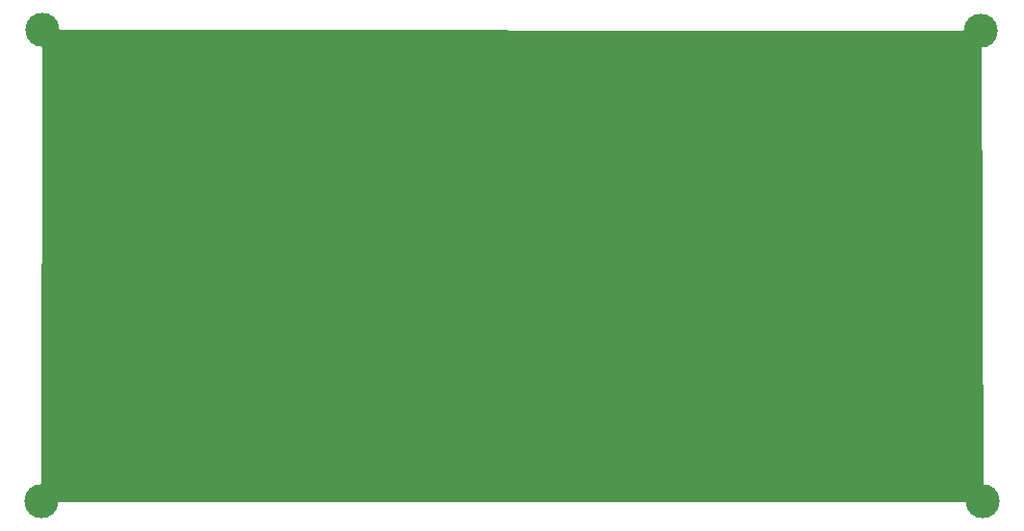
<source format=gbr>
%TF.GenerationSoftware,KiCad,Pcbnew,(5.1.6)-1*%
%TF.CreationDate,2020-10-14T00:51:24+03:00*%
%TF.ProjectId,aplx6.rev2.blank,61706c78-362e-4726-9576-322e626c616e,rev?*%
%TF.SameCoordinates,Original*%
%TF.FileFunction,Copper,L1,Top*%
%TF.FilePolarity,Positive*%
%FSLAX46Y46*%
G04 Gerber Fmt 4.6, Leading zero omitted, Abs format (unit mm)*
G04 Created by KiCad (PCBNEW (5.1.6)-1) date 2020-10-14 00:51:24*
%MOMM*%
%LPD*%
G01*
G04 APERTURE LIST*
%TA.AperFunction,NonConductor*%
%ADD10C,0.100000*%
%TD*%
%TA.AperFunction,ComponentPad*%
%ADD11C,3.000000*%
%TD*%
G04 APERTURE END LIST*
D10*
G36*
X189450000Y-61550000D02*
G01*
X189650000Y-103000000D01*
X106850000Y-103000000D01*
X106950000Y-61500000D01*
X189450000Y-61550000D01*
G37*
X189450000Y-61550000D02*
X189650000Y-103000000D01*
X106850000Y-103000000D01*
X106950000Y-61500000D01*
X189450000Y-61550000D01*
D11*
%TO.P,U4,*%
%TO.N,*%
X189650000Y-103000000D03*
%TD*%
%TO.P,U4,*%
%TO.N,*%
X189450000Y-61550000D03*
%TD*%
%TO.P,U4,*%
%TO.N,*%
X106850000Y-103000000D03*
%TD*%
%TO.P,U4,*%
%TO.N,*%
X106950000Y-61500000D03*
%TD*%
M02*

</source>
